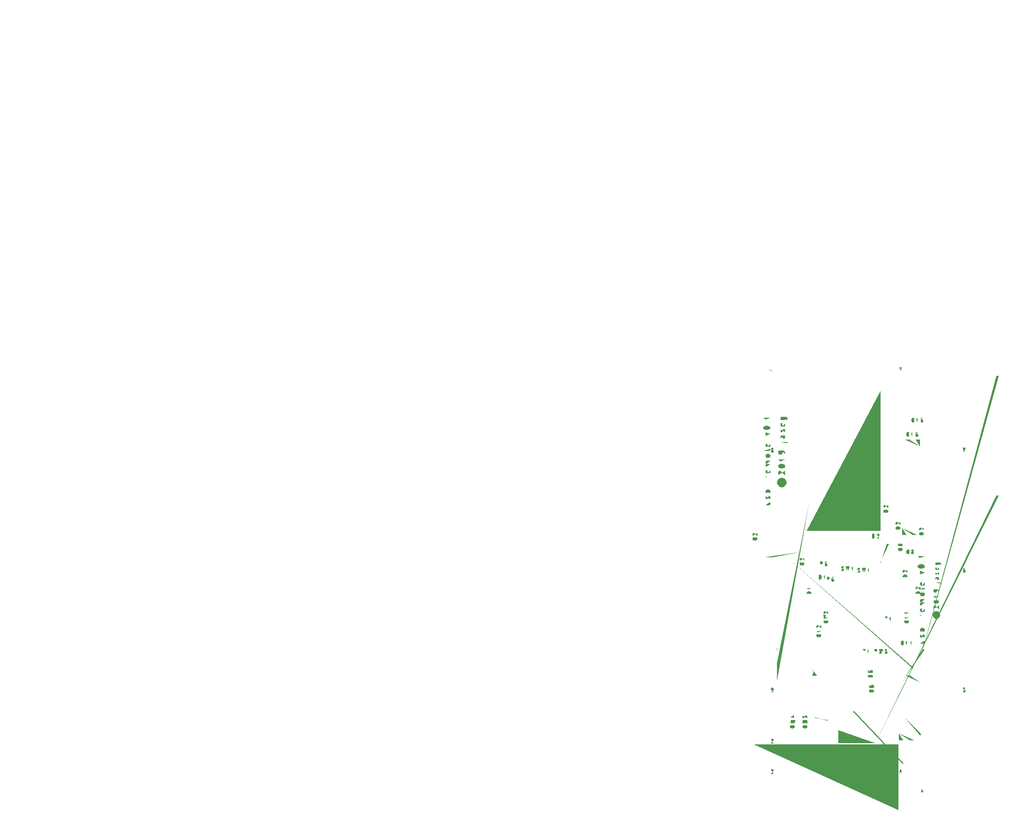
<source format=gbr>
From 0e25682ed73ead8da26ea8659492bd5bce3cfe64 Mon Sep 17 00:00:00 2001
From: jaseg <git@jaseg.net>
Date: Sat, 11 Apr 2020 15:45:32 +0200
Subject: Add gerber export

---
 gerber/remote-F_SilkS.gbr | 2269 ++++++++++++++++++++++++---------------------
 1 file changed, 1198 insertions(+), 1071 deletions(-)

(limited to 'gerber/remote-F_SilkS.gbr')

diff --git a/gerber/remote-F_SilkS.gbr b/gerber/remote-F_SilkS.gbr
index 495f7b5..7e4b24f 100644
--- a/gerber/remote-F_SilkS.gbr
+++ b/gerber/remote-F_SilkS.gbr
@@ -1,19 +1,20 @@
 G04 #@! TF.GenerationSoftware,KiCad,Pcbnew,(5.99.0-52-gefbc802f4)*
-G04 #@! TF.CreationDate,2019-10-28T15:02:12+01:00*
+G04 #@! TF.CreationDate,2019-11-04T16:58:43+01:00*
 G04 #@! TF.ProjectId,remote,72656d6f-7465-42e6-9b69-6361645f7063,rev?*
 G04 #@! TF.SameCoordinates,Original*
 G04 #@! TF.FileFunction,Legend,Top*
 G04 #@! TF.FilePolarity,Positive*
 %FSLAX46Y46*%
 G04 Gerber Fmt 4.6, Leading zero omitted, Abs format (unit mm)*
-G04 Created by KiCad (PCBNEW (5.99.0-52-gefbc802f4)) date 2019-10-28 15:02:12*
+G04 Created by KiCad (PCBNEW (5.99.0-52-gefbc802f4)) date 2019-11-04 16:58:43*
 %MOMM*%
 %LPD*%
 G04 APERTURE LIST*
 %ADD10C,0.100000*%
-%ADD11C,0.300000*%
-%ADD12C,0.120000*%
-%ADD13C,0.150000*%
+%ADD11C,0.250000*%
+%ADD12C,0.300000*%
+%ADD13C,0.120000*%
+%ADD14C,0.150000*%
 G04 APERTURE END LIST*
 D10*
 G36*
@@ -31,689 +32,815 @@ X151900000Y-151100000D01*
 X182100000Y-151100000D01*
 X182100000Y-164800000D01*
 D11*
-X157335714Y-96207142D02*
-X157264285Y-96350000D01*
-X157264285Y-96635714D01*
-X157335714Y-96778571D01*
-X157478571Y-96921428D01*
-X157621428Y-96992857D01*
-X157907142Y-96992857D01*
-X158050000Y-96921428D01*
-X158192857Y-96778571D01*
-X158264285Y-96635714D01*
-X158264285Y-96350000D01*
-X158192857Y-96207142D01*
-X156764285Y-96492857D02*
-X156835714Y-96850000D01*
-X157050000Y-97207142D01*
-X157407142Y-97421428D01*
-X157764285Y-97492857D01*
-X158121428Y-97421428D01*
-X158478571Y-97207142D01*
-X158692857Y-96850000D01*
-X158764285Y-96492857D01*
-X158692857Y-96135714D01*
-X158478571Y-95778571D01*
-X158121428Y-95564285D01*
-X157764285Y-95492857D01*
-X157407142Y-95564285D01*
-X157050000Y-95778571D01*
-X156835714Y-96135714D01*
-X156764285Y-96492857D01*
-X157121428Y-94921428D02*
-X157050000Y-94850000D01*
-X156978571Y-94707142D01*
-X156978571Y-94350000D01*
-X157050000Y-94207142D01*
-X157121428Y-94135714D01*
-X157264285Y-94064285D01*
-X157407142Y-94064285D01*
-X157621428Y-94135714D01*
-X158478571Y-94992857D01*
-X158478571Y-94064285D01*
-X156978571Y-93135714D02*
-X156978571Y-92992857D01*
-X157050000Y-92850000D01*
-X157121428Y-92778571D01*
-X157264285Y-92707142D01*
-X157550000Y-92635714D01*
-X157907142Y-92635714D01*
-X158192857Y-92707142D01*
-X158335714Y-92778571D01*
-X158407142Y-92850000D01*
-X158478571Y-92992857D01*
-X158478571Y-93135714D01*
-X158407142Y-93278571D01*
-X158335714Y-93350000D01*
-X158192857Y-93421428D01*
-X157907142Y-93492857D01*
-X157550000Y-93492857D01*
-X157264285Y-93421428D01*
-X157121428Y-93350000D01*
-X157050000Y-93278571D01*
-X156978571Y-93135714D01*
-X158478571Y-91207142D02*
-X158478571Y-92064285D01*
-X158478571Y-91635714D02*
-X156978571Y-91635714D01*
-X157192857Y-91778571D01*
-X157335714Y-91921428D01*
-X157407142Y-92064285D01*
-X158478571Y-90492857D02*
-X158478571Y-90207142D01*
-X158407142Y-90064285D01*
-X158335714Y-89992857D01*
-X158121428Y-89850000D01*
-X157835714Y-89778571D01*
-X157264285Y-89778571D01*
-X157121428Y-89850000D01*
-X157050000Y-89921428D01*
-X156978571Y-90064285D01*
-X156978571Y-90350000D01*
-X157050000Y-90492857D01*
-X157121428Y-90564285D01*
-X157264285Y-90635714D01*
-X157621428Y-90635714D01*
-X157764285Y-90564285D01*
-X157835714Y-90492857D01*
-X157907142Y-90350000D01*
-X157907142Y-90064285D01*
-X157835714Y-89921428D01*
-X157764285Y-89850000D01*
-X157621428Y-89778571D01*
-X157478571Y-87992857D02*
-X158764285Y-87992857D01*
-X158907142Y-88064285D01*
-X158978571Y-88207142D01*
-X158978571Y-88278571D01*
-X156978571Y-87992857D02*
-X157050000Y-88064285D01*
-X157121428Y-87992857D01*
-X157050000Y-87921428D01*
-X156978571Y-87992857D01*
-X157121428Y-87992857D01*
-X158478571Y-86635714D02*
-X157692857Y-86635714D01*
-X157550000Y-86707142D01*
-X157478571Y-86850000D01*
-X157478571Y-87135714D01*
-X157550000Y-87278571D01*
-X158407142Y-86635714D02*
-X158478571Y-86778571D01*
-X158478571Y-87135714D01*
-X158407142Y-87278571D01*
-X158264285Y-87350000D01*
-X158121428Y-87350000D01*
-X157978571Y-87278571D01*
-X157907142Y-87135714D01*
-X157907142Y-86778571D01*
-X157835714Y-86635714D01*
-X158407142Y-85992857D02*
-X158478571Y-85850000D01*
-X158478571Y-85564285D01*
-X158407142Y-85421428D01*
-X158264285Y-85350000D01*
-X158192857Y-85350000D01*
-X158050000Y-85421428D01*
-X157978571Y-85564285D01*
-X157978571Y-85778571D01*
-X157907142Y-85921428D01*
-X157764285Y-85992857D01*
-X157692857Y-85992857D01*
-X157550000Y-85921428D01*
-X157478571Y-85778571D01*
-X157478571Y-85564285D01*
-X157550000Y-85421428D01*
-X158407142Y-84135714D02*
-X158478571Y-84278571D01*
-X158478571Y-84564285D01*
-X158407142Y-84707142D01*
-X158264285Y-84778571D01*
-X157692857Y-84778571D01*
-X157550000Y-84707142D01*
-X157478571Y-84564285D01*
-X157478571Y-84278571D01*
-X157550000Y-84135714D01*
-X157692857Y-84064285D01*
-X157835714Y-84064285D01*
-X157978571Y-84778571D01*
-X157478571Y-82778571D02*
-X158692857Y-82778571D01*
-X158835714Y-82850000D01*
-X158907142Y-82921428D01*
-X158978571Y-83064285D01*
-X158978571Y-83278571D01*
-X158907142Y-83421428D01*
-X158407142Y-82778571D02*
-X158478571Y-82921428D01*
-X158478571Y-83207142D01*
-X158407142Y-83350000D01*
-X158335714Y-83421428D01*
-X158192857Y-83492857D01*
-X157764285Y-83492857D01*
-X157621428Y-83421428D01*
-X157550000Y-83350000D01*
-X157478571Y-83207142D01*
-X157478571Y-82921428D01*
-X157550000Y-82778571D01*
-X154378571Y-100578571D02*
-X155378571Y-100578571D01*
-X154378571Y-101221428D02*
-X155164285Y-101221428D01*
-X155307142Y-101150000D01*
-X155378571Y-101007142D01*
-X155378571Y-100792857D01*
-X155307142Y-100650000D01*
-X155235714Y-100578571D01*
-X155307142Y-99935714D02*
-X155378571Y-99792857D01*
-X155378571Y-99507142D01*
-X155307142Y-99364285D01*
-X155164285Y-99292857D01*
-X155092857Y-99292857D01*
-X154950000Y-99364285D01*
-X154878571Y-99507142D01*
-X154878571Y-99721428D01*
-X154807142Y-99864285D01*
-X154664285Y-99935714D01*
-X154592857Y-99935714D01*
-X154450000Y-99864285D01*
-X154378571Y-99721428D01*
-X154378571Y-99507142D01*
-X154450000Y-99364285D01*
-X155378571Y-98650000D02*
-X153878571Y-98650000D01*
-X154450000Y-98650000D02*
-X154378571Y-98507142D01*
-X154378571Y-98221428D01*
-X154450000Y-98078571D01*
-X154521428Y-98007142D01*
-X154664285Y-97935714D01*
-X155092857Y-97935714D01*
-X155235714Y-98007142D01*
-X155307142Y-98078571D01*
-X155378571Y-98221428D01*
-X155378571Y-98507142D01*
-X155307142Y-98650000D01*
-X154807142Y-97292857D02*
-X154807142Y-96150000D01*
-X155378571Y-95435714D02*
-X154378571Y-95435714D01*
-X154664285Y-95435714D02*
-X154521428Y-95364285D01*
-X154450000Y-95292857D01*
-X154378571Y-95150000D01*
-X154378571Y-95007142D01*
-X155307142Y-93935714D02*
-X155378571Y-94078571D01*
-X155378571Y-94364285D01*
-X155307142Y-94507142D01*
-X155164285Y-94578571D01*
-X154592857Y-94578571D01*
-X154450000Y-94507142D01*
-X154378571Y-94364285D01*
-X154378571Y-94078571D01*
-X154450000Y-93935714D01*
-X154592857Y-93864285D01*
-X154735714Y-93864285D01*
-X154878571Y-94578571D01*
-X155378571Y-93221428D02*
-X154378571Y-93221428D01*
-X154521428Y-93221428D02*
-X154450000Y-93150000D01*
-X154378571Y-93007142D01*
-X154378571Y-92792857D01*
-X154450000Y-92650000D01*
-X154592857Y-92578571D01*
-X155378571Y-92578571D01*
-X154592857Y-92578571D02*
-X154450000Y-92507142D01*
-X154378571Y-92364285D01*
-X154378571Y-92150000D01*
-X154450000Y-92007142D01*
-X154592857Y-91935714D01*
-X155378571Y-91935714D01*
-X155378571Y-91007142D02*
-X155307142Y-91150000D01*
-X155235714Y-91221428D01*
-X155092857Y-91292857D01*
-X154664285Y-91292857D01*
-X154521428Y-91221428D01*
-X154450000Y-91150000D01*
-X154378571Y-91007142D01*
-X154378571Y-90792857D01*
-X154450000Y-90650000D01*
-X154521428Y-90578571D01*
-X154664285Y-90507142D01*
-X155092857Y-90507142D01*
-X155235714Y-90578571D01*
-X155307142Y-90650000D01*
-X155378571Y-90792857D01*
-X155378571Y-91007142D01*
-X154378571Y-90078571D02*
-X154378571Y-89507142D01*
-X153878571Y-89864285D02*
-X155164285Y-89864285D01*
-X155307142Y-89792857D01*
-X155378571Y-89650000D01*
-X155378571Y-89507142D01*
-X155307142Y-88435714D02*
-X155378571Y-88578571D01*
-X155378571Y-88864285D01*
-X155307142Y-89007142D01*
-X155164285Y-89078571D01*
-X154592857Y-89078571D01*
-X154450000Y-89007142D01*
-X154378571Y-88864285D01*
-X154378571Y-88578571D01*
-X154450000Y-88435714D01*
-X154592857Y-88364285D01*
-X154735714Y-88364285D01*
-X154878571Y-89078571D01*
-X154378571Y-86721428D02*
-X155378571Y-86364285D01*
-X154378571Y-86007142D01*
-X153878571Y-85150000D02*
-X153878571Y-85007142D01*
-X153950000Y-84864285D01*
-X154021428Y-84792857D01*
-X154164285Y-84721428D01*
-X154450000Y-84650000D01*
-X154807142Y-84650000D01*
-X155092857Y-84721428D01*
-X155235714Y-84792857D01*
-X155307142Y-84864285D01*
-X155378571Y-85007142D01*
-X155378571Y-85150000D01*
-X155307142Y-85292857D01*
-X155235714Y-85364285D01*
-X155092857Y-85435714D01*
-X154807142Y-85507142D01*
-X154450000Y-85507142D01*
-X154164285Y-85435714D01*
-X154021428Y-85364285D01*
-X153950000Y-85292857D01*
-X153878571Y-85150000D01*
-X155235714Y-84007142D02*
-X155307142Y-83935714D01*
-X155378571Y-84007142D01*
-X155307142Y-84078571D01*
-X155235714Y-84007142D01*
-X155378571Y-84007142D01*
-X155378571Y-82507142D02*
-X155378571Y-83364285D01*
-X155378571Y-82935714D02*
-X153878571Y-82935714D01*
-X154092857Y-83078571D01*
-X154235714Y-83221428D01*
-X154307142Y-83364285D01*
+X189628571Y-123885714D02*
+X189571428Y-124000000D01*
+X189571428Y-124228571D01*
+X189628571Y-124342857D01*
+X189742857Y-124457142D01*
+X189857142Y-124514285D01*
+X190085714Y-124514285D01*
+X190200000Y-124457142D01*
+X190314285Y-124342857D01*
+X190371428Y-124228571D01*
+X190371428Y-124000000D01*
+X190314285Y-123885714D01*
+X189171428Y-124114285D02*
+X189228571Y-124400000D01*
+X189400000Y-124685714D01*
+X189685714Y-124857142D01*
+X189971428Y-124914285D01*
+X190257142Y-124857142D01*
+X190542857Y-124685714D01*
+X190714285Y-124400000D01*
+X190771428Y-124114285D01*
+X190714285Y-123828571D01*
+X190542857Y-123542857D01*
+X190257142Y-123371428D01*
+X189971428Y-123314285D01*
+X189685714Y-123371428D01*
+X189400000Y-123542857D01*
+X189228571Y-123828571D01*
+X189171428Y-124114285D01*
+X189457142Y-122857142D02*
+X189400000Y-122800000D01*
+X189342857Y-122685714D01*
+X189342857Y-122400000D01*
+X189400000Y-122285714D01*
+X189457142Y-122228571D01*
+X189571428Y-122171428D01*
+X189685714Y-122171428D01*
+X189857142Y-122228571D01*
+X190542857Y-122914285D01*
+X190542857Y-122171428D01*
+X189342857Y-121428571D02*
+X189342857Y-121314285D01*
+X189400000Y-121200000D01*
+X189457142Y-121142857D01*
+X189571428Y-121085714D01*
+X189800000Y-121028571D01*
+X190085714Y-121028571D01*
+X190314285Y-121085714D01*
+X190428571Y-121142857D01*
+X190485714Y-121200000D01*
+X190542857Y-121314285D01*
+X190542857Y-121428571D01*
+X190485714Y-121542857D01*
+X190428571Y-121600000D01*
+X190314285Y-121657142D01*
+X190085714Y-121714285D01*
+X189800000Y-121714285D01*
+X189571428Y-121657142D01*
+X189457142Y-121600000D01*
+X189400000Y-121542857D01*
+X189342857Y-121428571D01*
+X190542857Y-119885714D02*
+X190542857Y-120571428D01*
+X190542857Y-120228571D02*
+X189342857Y-120228571D01*
+X189514285Y-120342857D01*
+X189628571Y-120457142D01*
+X189685714Y-120571428D01*
+X190542857Y-119314285D02*
+X190542857Y-119085714D01*
+X190485714Y-118971428D01*
+X190428571Y-118914285D01*
+X190257142Y-118800000D01*
+X190028571Y-118742857D01*
+X189571428Y-118742857D01*
+X189457142Y-118800000D01*
+X189400000Y-118857142D01*
+X189342857Y-118971428D01*
+X189342857Y-119200000D01*
+X189400000Y-119314285D01*
+X189457142Y-119371428D01*
+X189571428Y-119428571D01*
+X189857142Y-119428571D01*
+X189971428Y-119371428D01*
+X190028571Y-119314285D01*
+X190085714Y-119200000D01*
+X190085714Y-118971428D01*
+X190028571Y-118857142D01*
+X189971428Y-118800000D01*
+X189857142Y-118742857D01*
+X189742857Y-117314285D02*
+X190771428Y-117314285D01*
+X190885714Y-117371428D01*
+X190942857Y-117485714D01*
+X190942857Y-117542857D01*
+X189342857Y-117314285D02*
+X189400000Y-117371428D01*
+X189457142Y-117314285D01*
+X189400000Y-117257142D01*
+X189342857Y-117314285D01*
+X189457142Y-117314285D01*
+X190542857Y-116228571D02*
+X189914285Y-116228571D01*
+X189800000Y-116285714D01*
+X189742857Y-116400000D01*
+X189742857Y-116628571D01*
+X189800000Y-116742857D01*
+X190485714Y-116228571D02*
+X190542857Y-116342857D01*
+X190542857Y-116628571D01*
+X190485714Y-116742857D01*
+X190371428Y-116800000D01*
+X190257142Y-116800000D01*
+X190142857Y-116742857D01*
+X190085714Y-116628571D01*
+X190085714Y-116342857D01*
+X190028571Y-116228571D01*
+X190485714Y-115714285D02*
+X190542857Y-115600000D01*
+X190542857Y-115371428D01*
+X190485714Y-115257142D01*
+X190371428Y-115200000D01*
+X190314285Y-115200000D01*
+X190200000Y-115257142D01*
+X190142857Y-115371428D01*
+X190142857Y-115542857D01*
+X190085714Y-115657142D01*
+X189971428Y-115714285D01*
+X189914285Y-115714285D01*
+X189800000Y-115657142D01*
+X189742857Y-115542857D01*
+X189742857Y-115371428D01*
+X189800000Y-115257142D01*
+X190485714Y-114228571D02*
+X190542857Y-114342857D01*
+X190542857Y-114571428D01*
+X190485714Y-114685714D01*
+X190371428Y-114742857D01*
+X189914285Y-114742857D01*
+X189800000Y-114685714D01*
+X189742857Y-114571428D01*
+X189742857Y-114342857D01*
+X189800000Y-114228571D01*
+X189914285Y-114171428D01*
+X190028571Y-114171428D01*
+X190142857Y-114742857D01*
+X189742857Y-113142857D02*
+X190714285Y-113142857D01*
+X190828571Y-113200000D01*
+X190885714Y-113257142D01*
+X190942857Y-113371428D01*
+X190942857Y-113542857D01*
+X190885714Y-113657142D01*
+X190485714Y-113142857D02*
+X190542857Y-113257142D01*
+X190542857Y-113485714D01*
+X190485714Y-113600000D01*
+X190428571Y-113657142D01*
+X190314285Y-113714285D01*
+X189971428Y-113714285D01*
+X189857142Y-113657142D01*
+X189800000Y-113600000D01*
+X189742857Y-113485714D01*
+X189742857Y-113257142D01*
+X189800000Y-113142857D01*
 D12*
-X169500000Y-130750000D02*
-X182100000Y-130750000D01*
-X182100000Y-130750000D02*
-X182100000Y-125650000D01*
+X186578571Y-129478571D02*
+X187578571Y-129478571D01*
+X186578571Y-130121428D02*
+X187364285Y-130121428D01*
+X187507142Y-130050000D01*
+X187578571Y-129907142D01*
+X187578571Y-129692857D01*
+X187507142Y-129550000D01*
+X187435714Y-129478571D01*
+X187507142Y-128835714D02*
+X187578571Y-128692857D01*
+X187578571Y-128407142D01*
+X187507142Y-128264285D01*
+X187364285Y-128192857D01*
+X187292857Y-128192857D01*
+X187150000Y-128264285D01*
+X187078571Y-128407142D01*
+X187078571Y-128621428D01*
+X187007142Y-128764285D01*
+X186864285Y-128835714D01*
+X186792857Y-128835714D01*
+X186650000Y-128764285D01*
+X186578571Y-128621428D01*
+X186578571Y-128407142D01*
+X186650000Y-128264285D01*
+X187578571Y-127550000D02*
+X186078571Y-127550000D01*
+X186650000Y-127550000D02*
+X186578571Y-127407142D01*
+X186578571Y-127121428D01*
+X186650000Y-126978571D01*
+X186721428Y-126907142D01*
+X186864285Y-126835714D01*
+X187292857Y-126835714D01*
+X187435714Y-126907142D01*
+X187507142Y-126978571D01*
+X187578571Y-127121428D01*
+X187578571Y-127407142D01*
+X187507142Y-127550000D01*
+X187007142Y-126192857D02*
+X187007142Y-125050000D01*
+X187578571Y-124335714D02*
+X186578571Y-124335714D01*
+X186864285Y-124335714D02*
+X186721428Y-124264285D01*
+X186650000Y-124192857D01*
+X186578571Y-124050000D01*
+X186578571Y-123907142D01*
+X187507142Y-122835714D02*
+X187578571Y-122978571D01*
+X187578571Y-123264285D01*
+X187507142Y-123407142D01*
+X187364285Y-123478571D01*
+X186792857Y-123478571D01*
+X186650000Y-123407142D01*
+X186578571Y-123264285D01*
+X186578571Y-122978571D01*
+X186650000Y-122835714D01*
+X186792857Y-122764285D01*
+X186935714Y-122764285D01*
+X187078571Y-123478571D01*
+X187578571Y-122121428D02*
+X186578571Y-122121428D01*
+X186721428Y-122121428D02*
+X186650000Y-122050000D01*
+X186578571Y-121907142D01*
+X186578571Y-121692857D01*
+X186650000Y-121550000D01*
+X186792857Y-121478571D01*
+X187578571Y-121478571D01*
+X186792857Y-121478571D02*
+X186650000Y-121407142D01*
+X186578571Y-121264285D01*
+X186578571Y-121050000D01*
+X186650000Y-120907142D01*
+X186792857Y-120835714D01*
+X187578571Y-120835714D01*
+X187578571Y-119907142D02*
+X187507142Y-120050000D01*
+X187435714Y-120121428D01*
+X187292857Y-120192857D01*
+X186864285Y-120192857D01*
+X186721428Y-120121428D01*
+X186650000Y-120050000D01*
+X186578571Y-119907142D01*
+X186578571Y-119692857D01*
+X186650000Y-119550000D01*
+X186721428Y-119478571D01*
+X186864285Y-119407142D01*
+X187292857Y-119407142D01*
+X187435714Y-119478571D01*
+X187507142Y-119550000D01*
+X187578571Y-119692857D01*
+X187578571Y-119907142D01*
+X186578571Y-118978571D02*
+X186578571Y-118407142D01*
+X186078571Y-118764285D02*
+X187364285Y-118764285D01*
+X187507142Y-118692857D01*
+X187578571Y-118550000D01*
+X187578571Y-118407142D01*
+X187507142Y-117335714D02*
+X187578571Y-117478571D01*
+X187578571Y-117764285D01*
+X187507142Y-117907142D01*
+X187364285Y-117978571D01*
+X186792857Y-117978571D01*
+X186650000Y-117907142D01*
+X186578571Y-117764285D01*
+X186578571Y-117478571D01*
+X186650000Y-117335714D01*
+X186792857Y-117264285D01*
+X186935714Y-117264285D01*
+X187078571Y-117978571D01*
+X186578571Y-115621428D02*
+X187578571Y-115264285D01*
+X186578571Y-114907142D01*
+X186078571Y-114050000D02*
+X186078571Y-113907142D01*
+X186150000Y-113764285D01*
+X186221428Y-113692857D01*
+X186364285Y-113621428D01*
+X186650000Y-113550000D01*
+X187007142Y-113550000D01*
+X187292857Y-113621428D01*
+X187435714Y-113692857D01*
+X187507142Y-113764285D01*
+X187578571Y-113907142D01*
+X187578571Y-114050000D01*
+X187507142Y-114192857D01*
+X187435714Y-114264285D01*
+X187292857Y-114335714D01*
+X187007142Y-114407142D01*
+X186650000Y-114407142D01*
+X186364285Y-114335714D01*
+X186221428Y-114264285D01*
+X186150000Y-114192857D01*
+X186078571Y-114050000D01*
+X187435714Y-112907142D02*
+X187507142Y-112835714D01*
+X187578571Y-112907142D01*
+X187507142Y-112978571D01*
+X187435714Y-112907142D01*
+X187578571Y-112907142D01*
+X187578571Y-111407142D02*
+X187578571Y-112264285D01*
+X187578571Y-111835714D02*
+X186078571Y-111835714D01*
+X186292857Y-111978571D01*
+X186435714Y-112121428D01*
+X186507142Y-112264285D01*
+D13*
 X182100000Y-125650000D02*
 X169500000Y-125650000D01*
-D13*
-X168550000Y-134175000D02*
-X168550000Y-138625000D01*
+X182100000Y-130750000D02*
+X182100000Y-125650000D01*
+X169500000Y-130750000D02*
+X182100000Y-130750000D01*
+D14*
 X175450000Y-132650000D02*
 X175450000Y-138625000D01*
-D12*
+X168550000Y-134175000D02*
+X168550000Y-138625000D01*
+D13*
 X163476000Y-106270000D02*
-X163476000Y-100936000D01*
-X163476000Y-100936000D02*
-X174144000Y-100936000D01*
-X174144000Y-100936000D02*
-X174144000Y-106270000D01*
+X163476000Y-106270000D01*
 X174144000Y-106270000D02*
-X174144000Y-106270000D01*
-X163984000Y-103730000D02*
-X166270000Y-103730000D01*
-X166270000Y-103730000D02*
-X166270000Y-106016000D01*
-X166270000Y-106016000D02*
-X166270000Y-106016000D01*
+X163476000Y-106270000D01*
 X162900000Y-106600000D02*
-X162900000Y-77400000D01*
-X162900000Y-77400000D02*
-X178350000Y-77400000D01*
-X178350000Y-77400000D02*
-X178350000Y-106600000D01*
+X162900000Y-106600000D01*
 X178350000Y-106600000D02*
 X162900000Y-106600000D01*
+X178350000Y-77400000D02*
+X178350000Y-106600000D01*
+X162900000Y-77400000D02*
+X178350000Y-77400000D01*
 X162900000Y-106600000D02*
-X162900000Y-106600000D01*
+X162900000Y-77400000D01*
+X166270000Y-106016000D02*
+X166270000Y-106016000D01*
+X166270000Y-103730000D02*
+X166270000Y-106016000D01*
+X163984000Y-103730000D02*
+X166270000Y-103730000D01*
 X174144000Y-106270000D02*
-X163476000Y-106270000D01*
+X174144000Y-106270000D01*
+X174144000Y-100936000D02*
+X174144000Y-106270000D01*
+X163476000Y-100936000D02*
+X174144000Y-100936000D01*
 X163476000Y-106270000D02*
-X163476000Y-106270000D01*
-X156790000Y-137910000D02*
-X158050000Y-137910000D01*
-X163610000Y-137910000D02*
-X162350000Y-137910000D01*
-X156790000Y-134150000D02*
-X156790000Y-137910000D01*
+X163476000Y-100936000D01*
 X163610000Y-131900000D02*
 X163610000Y-137910000D01*
-X172600000Y-122350000D02*
-X177100000Y-122350000D01*
-X171350000Y-118350000D02*
-X171350000Y-119850000D01*
-X177100000Y-115850000D02*
-X172600000Y-115850000D01*
+X156790000Y-134150000D02*
+X156790000Y-137910000D01*
+X163610000Y-137910000D02*
+X162350000Y-137910000D01*
+X156790000Y-137910000D02*
+X158050000Y-137910000D01*
 X178350000Y-119850000D02*
 X178350000Y-118350000D01*
-X185175279Y-91910000D02*
-X184849721Y-91910000D01*
+X177100000Y-115850000D02*
+X172600000Y-115850000D01*
+X171350000Y-118350000D02*
+X171350000Y-119850000D01*
+X172600000Y-122350000D02*
+X177100000Y-122350000D01*
 X185175279Y-90890000D02*
 X184849721Y-90890000D01*
-X183762779Y-123710000D02*
-X183437221Y-123710000D01*
+X185175279Y-91910000D02*
+X184849721Y-91910000D01*
 X183762779Y-122690000D02*
 X183437221Y-122690000D01*
-X166362779Y-123710000D02*
-X166037221Y-123710000D01*
+X183762779Y-123710000D02*
+X183437221Y-123710000D01*
 X166362779Y-122690000D02*
 X166037221Y-122690000D01*
-X168062779Y-115810000D02*
-X167737221Y-115810000D01*
+X166362779Y-123710000D02*
+X166037221Y-123710000D01*
 X168062779Y-114790000D02*
 X167737221Y-114790000D01*
-X177962779Y-133710000D02*
-X177637221Y-133710000D01*
+X168062779Y-115810000D02*
+X167737221Y-115810000D01*
 X177962779Y-132690000D02*
 X177637221Y-132690000D01*
-X183637221Y-145690000D02*
-X183962779Y-145690000D01*
+X177962779Y-133710000D02*
+X177637221Y-133710000D01*
 X183637221Y-146710000D02*
 X183962779Y-146710000D01*
-X177962779Y-135510000D02*
-X177637221Y-135510000D01*
+X183637221Y-145690000D02*
+X183962779Y-145690000D01*
 X177962779Y-134490000D02*
 X177637221Y-134490000D01*
-X184137221Y-103390000D02*
-X184462779Y-103390000D01*
+X177962779Y-135510000D02*
+X177637221Y-135510000D01*
 X184137221Y-104410000D02*
 X184462779Y-104410000D01*
-X185275279Y-140910000D02*
-X184949721Y-140910000D01*
+X184137221Y-103390000D02*
+X184462779Y-103390000D01*
 X185275279Y-139890000D02*
 X184949721Y-139890000D01*
+X185275279Y-140910000D02*
+X184949721Y-140910000D01*
 X186580000Y-87540000D02*
-X185650000Y-87540000D01*
-X183420000Y-87540000D02*
-X184350000Y-87540000D01*
+X186580000Y-89000000D01*
 X183420000Y-87540000D02*
 X183420000Y-89700000D01*
+X183420000Y-87540000D02*
+X184350000Y-87540000D01*
 X186580000Y-87540000D02*
-X186580000Y-89000000D01*
+X185650000Y-87540000D01*
 X182170000Y-150260000D02*
-X183100000Y-150260000D01*
-X185330000Y-150260000D02*
-X184400000Y-150260000D01*
+X182170000Y-148800000D01*
 X185330000Y-150260000D02*
 X185330000Y-148100000D01*
+X185330000Y-150260000D02*
+X184400000Y-150260000D01*
 X182170000Y-150260000D02*
-X182170000Y-148800000D01*
+X183100000Y-150260000D01*
 X182820000Y-107460000D02*
-X183750000Y-107460000D01*
-X185980000Y-107460000D02*
-X185050000Y-107460000D01*
+X182820000Y-106000000D01*
 X185980000Y-107460000D02*
 X185980000Y-105300000D01*
+X185980000Y-107460000D02*
+X185050000Y-107460000D01*
 X182820000Y-107460000D02*
-X182820000Y-106000000D01*
+X183750000Y-107460000D01*
 X186680000Y-136740000D02*
-X185750000Y-136740000D01*
-X183520000Y-136740000D02*
-X184450000Y-136740000D01*
+X186680000Y-138200000D01*
 X183520000Y-136740000D02*
 X183520000Y-138900000D01*
+X183520000Y-136740000D02*
+X184450000Y-136740000D01*
 X186680000Y-136740000D02*
-X186680000Y-138200000D01*
-X188740000Y-85500000D02*
-X188740000Y-84500000D01*
-X202490000Y-88750000D02*
-X202990000Y-88750000D01*
-X202490000Y-87750000D02*
-X202490000Y-88750000D01*
-X194490000Y-87750000D02*
-X202490000Y-87750000D01*
-X188990000Y-87750000D02*
-X190990000Y-87750000D01*
-X188990000Y-75250000D02*
-X188990000Y-87750000D01*
-X190990000Y-75250000D02*
-X188990000Y-75250000D01*
-X202490000Y-75250000D02*
-X194490000Y-75250000D01*
-X202490000Y-74250000D02*
-X202490000Y-75250000D01*
-X202990000Y-74250000D02*
-X202490000Y-74250000D01*
+X185750000Y-136740000D01*
 X202990000Y-88750000D02*
 X202990000Y-74250000D01*
-X188740000Y-160500000D02*
-X188740000Y-159500000D01*
-X202490000Y-163750000D02*
-X202990000Y-163750000D01*
-X202490000Y-162750000D02*
-X202490000Y-163750000D01*
-X194490000Y-162750000D02*
-X202490000Y-162750000D01*
-X188990000Y-162750000D02*
-X190990000Y-162750000D01*
-X188990000Y-150250000D02*
-X188990000Y-162750000D01*
-X190990000Y-150250000D02*
-X188990000Y-150250000D01*
-X202490000Y-150250000D02*
-X194490000Y-150250000D01*
-X202490000Y-149250000D02*
-X202490000Y-150250000D01*
-X202990000Y-149250000D02*
-X202490000Y-149250000D01*
+X202990000Y-74250000D02*
+X202490000Y-74250000D01*
+X202490000Y-74250000D02*
+X202490000Y-75250000D01*
+X202490000Y-75250000D02*
+X194490000Y-75250000D01*
+X190990000Y-75250000D02*
+X188990000Y-75250000D01*
+X188990000Y-75250000D02*
+X188990000Y-87750000D01*
+X188990000Y-87750000D02*
+X190990000Y-87750000D01*
+X194490000Y-87750000D02*
+X202490000Y-87750000D01*
+X202490000Y-87750000D02*
+X202490000Y-88750000D01*
+X202490000Y-88750000D02*
+X202990000Y-88750000D01*
+X188740000Y-85500000D02*
+X188740000Y-84500000D01*
 X202990000Y-163750000D02*
 X202990000Y-149250000D01*
-X177200000Y-150830000D02*
-X177200000Y-148170000D01*
+X202990000Y-149250000D02*
+X202490000Y-149250000D01*
+X202490000Y-149250000D02*
+X202490000Y-150250000D01*
+X202490000Y-150250000D02*
+X194490000Y-150250000D01*
+X190990000Y-150250000D02*
+X188990000Y-150250000D01*
+X188990000Y-150250000D02*
+X188990000Y-162750000D01*
+X188990000Y-162750000D02*
+X190990000Y-162750000D01*
+X194490000Y-162750000D02*
+X202490000Y-162750000D01*
+X202490000Y-162750000D02*
+X202490000Y-163750000D01*
+X202490000Y-163750000D02*
+X202990000Y-163750000D01*
+X188740000Y-160500000D02*
+X188740000Y-159500000D01*
+X166920000Y-150830000D02*
+X166920000Y-149500000D01*
+X168250000Y-150830000D02*
+X166920000Y-150830000D01*
 X169520000Y-150830000D02*
-X177200000Y-150830000D01*
+X169520000Y-148170000D01*
 X169520000Y-148170000D02*
 X177200000Y-148170000D01*
 X169520000Y-150830000D02*
-X169520000Y-148170000D01*
-X168250000Y-150830000D02*
-X166920000Y-150830000D01*
-X166920000Y-150830000D02*
-X166920000Y-149500000D01*
-X188740000Y-110500000D02*
-X188740000Y-109500000D01*
-X202490000Y-113750000D02*
-X202990000Y-113750000D01*
-X202490000Y-112750000D02*
-X202490000Y-113750000D01*
-X194490000Y-112750000D02*
-X202490000Y-112750000D01*
-X188990000Y-112750000D02*
-X190990000Y-112750000D01*
-X188990000Y-100250000D02*
-X188990000Y-112750000D01*
-X190990000Y-100250000D02*
-X188990000Y-100250000D01*
-X202490000Y-100250000D02*
-X194490000Y-100250000D01*
-X202490000Y-99250000D02*
-X202490000Y-100250000D01*
-X202990000Y-99250000D02*
-X202490000Y-99250000D01*
+X177200000Y-150830000D01*
+X177200000Y-150830000D02*
+X177200000Y-148170000D01*
 X202990000Y-113750000D02*
 X202990000Y-99250000D01*
-D13*
-X155650000Y-114950000D02*
-X154250000Y-114950000D01*
-X151850000Y-114950000D02*
-X151700000Y-114950000D01*
-X151700000Y-114950000D02*
-X151700000Y-115250000D01*
-X151700000Y-115250000D02*
-X151250000Y-115250000D01*
-X151250000Y-122950000D02*
-X151700000Y-122950000D01*
-X151700000Y-122950000D02*
-X151700000Y-123250000D01*
-X151700000Y-123250000D02*
-X151850000Y-123250000D01*
-X154250000Y-123250000D02*
-X155650000Y-123250000D01*
-X157825000Y-118025000D02*
-X157825000Y-117300000D01*
-X157825000Y-117300000D02*
-X157400000Y-117300000D01*
-X157400000Y-117300000D02*
-X157400000Y-116575000D01*
+X202990000Y-99250000D02*
+X202490000Y-99250000D01*
+X202490000Y-99250000D02*
+X202490000Y-100250000D01*
+X202490000Y-100250000D02*
+X194490000Y-100250000D01*
+X190990000Y-100250000D02*
+X188990000Y-100250000D01*
+X188990000Y-100250000D02*
+X188990000Y-112750000D01*
+X188990000Y-112750000D02*
+X190990000Y-112750000D01*
+X194490000Y-112750000D02*
+X202490000Y-112750000D01*
+X202490000Y-112750000D02*
+X202490000Y-113750000D01*
+X202490000Y-113750000D02*
+X202990000Y-113750000D01*
+X188740000Y-110500000D02*
+X188740000Y-109500000D01*
+D14*
 X157400000Y-120900000D02*
 X157400000Y-121625000D01*
-D12*
-X188740000Y-135500000D02*
-X188740000Y-134500000D01*
-X202490000Y-138750000D02*
-X202990000Y-138750000D01*
-X202490000Y-137750000D02*
-X202490000Y-138750000D01*
-X194490000Y-137750000D02*
-X202490000Y-137750000D01*
-X188990000Y-137750000D02*
-X190990000Y-137750000D01*
-X188990000Y-125250000D02*
-X188990000Y-137750000D01*
-X190990000Y-125250000D02*
-X188990000Y-125250000D01*
-X202490000Y-125250000D02*
-X194490000Y-125250000D01*
-X202490000Y-124250000D02*
-X202490000Y-125250000D01*
-X202990000Y-124250000D02*
-X202490000Y-124250000D01*
+X157400000Y-117300000D02*
+X157400000Y-116575000D01*
+X157825000Y-117300000D02*
+X157400000Y-117300000D01*
+X157825000Y-118025000D02*
+X157825000Y-117300000D01*
+X154250000Y-123250000D02*
+X155650000Y-123250000D01*
+X151700000Y-123250000D02*
+X151850000Y-123250000D01*
+X151700000Y-122950000D02*
+X151700000Y-123250000D01*
+X151250000Y-122950000D02*
+X151700000Y-122950000D01*
+X151700000Y-115250000D02*
+X151250000Y-115250000D01*
+X151700000Y-114950000D02*
+X151700000Y-115250000D01*
+X151850000Y-114950000D02*
+X151700000Y-114950000D01*
+X155650000Y-114950000D02*
+X154250000Y-114950000D01*
+D13*
 X202990000Y-138750000D02*
 X202990000Y-124250000D01*
-X181900000Y-117700000D02*
-X181900000Y-121300000D01*
-X185100000Y-117700000D02*
-X185100000Y-121300000D01*
+X202990000Y-124250000D02*
+X202490000Y-124250000D01*
+X202490000Y-124250000D02*
+X202490000Y-125250000D01*
+X202490000Y-125250000D02*
+X194490000Y-125250000D01*
+X190990000Y-125250000D02*
+X188990000Y-125250000D01*
+X188990000Y-125250000D02*
+X188990000Y-137750000D01*
+X188990000Y-137750000D02*
+X190990000Y-137750000D01*
+X194490000Y-137750000D02*
+X202490000Y-137750000D01*
+X202490000Y-137750000D02*
+X202490000Y-138750000D01*
+X202490000Y-138750000D02*
+X202990000Y-138750000D01*
+X188740000Y-135500000D02*
+X188740000Y-134500000D01*
 X181900000Y-121300000D02*
 X185100000Y-121300000D01*
-X164500000Y-117700000D02*
-X164500000Y-121300000D01*
-X167700000Y-117700000D02*
-X167700000Y-121300000D01*
+X185100000Y-117700000D02*
+X185100000Y-121300000D01*
+X181900000Y-117700000D02*
+X181900000Y-121300000D01*
 X164500000Y-121300000D02*
 X167700000Y-121300000D01*
-X185112779Y-85560000D02*
-X184787221Y-85560000D01*
+X167700000Y-117700000D02*
+X167700000Y-121300000D01*
+X164500000Y-117700000D02*
+X164500000Y-121300000D01*
 X185112779Y-84540000D02*
 X184787221Y-84540000D01*
-X175962779Y-113410000D02*
-X175637221Y-113410000D01*
+X185112779Y-85560000D02*
+X184787221Y-85560000D01*
 X175962779Y-112390000D02*
 X175637221Y-112390000D01*
-X175925279Y-111410000D02*
-X175599721Y-111410000D01*
+X175962779Y-113410000D02*
+X175637221Y-113410000D01*
 X175925279Y-110390000D02*
 X175599721Y-110390000D01*
-X175925279Y-109160000D02*
-X175599721Y-109160000D01*
+X175925279Y-111410000D02*
+X175599721Y-111410000D01*
 X175925279Y-108140000D02*
 X175599721Y-108140000D01*
-X166490000Y-127762779D02*
-X166490000Y-127437221D01*
+X175925279Y-109160000D02*
+X175599721Y-109160000D01*
 X167510000Y-127762779D02*
 X167510000Y-127437221D01*
-X183290000Y-127762779D02*
-X183290000Y-127437221D01*
+X166490000Y-127762779D02*
+X166490000Y-127437221D01*
 X184310000Y-127762779D02*
 X184310000Y-127437221D01*
-X183912779Y-153760000D02*
-X183587221Y-153760000D01*
+X183290000Y-127762779D02*
+X183290000Y-127437221D01*
 X183912779Y-152740000D02*
 X183587221Y-152740000D01*
-X172125279Y-143260000D02*
-X171799721Y-143260000D01*
+X183912779Y-153760000D02*
+X183587221Y-153760000D01*
 X172125279Y-142240000D02*
 X171799721Y-142240000D01*
-X184662779Y-110060000D02*
-X184337221Y-110060000D01*
+X172125279Y-143260000D02*
+X171799721Y-143260000D01*
 X184662779Y-109040000D02*
 X184337221Y-109040000D01*
-X167410000Y-142937221D02*
-X167410000Y-143262779D01*
+X184662779Y-110060000D02*
+X184337221Y-110060000D01*
 X166390000Y-142937221D02*
 X166390000Y-143262779D01*
-X165260000Y-142937221D02*
-X165260000Y-143262779D01*
+X167410000Y-142937221D02*
+X167410000Y-143262779D01*
 X164240000Y-142937221D02*
 X164240000Y-143262779D01*
-X163160000Y-142937221D02*
-X163160000Y-143262779D01*
+X165260000Y-142937221D02*
+X165260000Y-143262779D01*
 X162140000Y-142937221D02*
 X162140000Y-143262779D01*
-X160860000Y-142841422D02*
-X160860000Y-143358578D01*
+X163160000Y-142937221D02*
+X163160000Y-143262779D01*
 X159440000Y-142841422D02*
 X159440000Y-143358578D01*
-X156962779Y-129910000D02*
-X156637221Y-129910000D01*
+X160860000Y-142841422D02*
+X160860000Y-143358578D01*
 X156962779Y-128890000D02*
 X156637221Y-128890000D01*
-X161660000Y-103540000D02*
-X158910000Y-103540000D01*
-X153140000Y-103540000D02*
-X155890000Y-103540000D01*
-X153140000Y-110995563D02*
-X153140000Y-103540000D01*
-X161660000Y-110995563D02*
-X161660000Y-103540000D01*
+X156962779Y-129910000D02*
+X156637221Y-129910000D01*
+X154390000Y-112800000D02*
+X155390000Y-112800000D01*
+X154890000Y-113300000D02*
+X154890000Y-112300000D01*
 X160595563Y-112060000D02*
-X158910000Y-112060000D01*
-X154204437Y-112060000D02*
-X155890000Y-112060000D01*
+X161660000Y-110995563D01*
 X154204437Y-112060000D02*
 X153140000Y-110995563D01*
+X154204437Y-112060000D02*
+X155890000Y-112060000D01*
 X160595563Y-112060000D02*
-X161660000Y-110995563D01*
-X154890000Y-113300000D02*
-X154890000Y-112300000D01*
-X154390000Y-112800000D02*
-X155390000Y-112800000D01*
-X185262779Y-135210000D02*
-X184937221Y-135210000D01*
+X158910000Y-112060000D01*
+X161660000Y-110995563D02*
+X161660000Y-103540000D01*
+X153140000Y-110995563D02*
+X153140000Y-103540000D01*
+X153140000Y-103540000D02*
+X155890000Y-103540000D01*
+X161660000Y-103540000D02*
+X158910000Y-103540000D01*
 X185262779Y-134190000D02*
 X184937221Y-134190000D01*
-D13*
-X174923809Y-131726190D02*
-X174923809Y-132202380D01*
-X174590476Y-131202380D02*
-X174923809Y-131726190D01*
-X175257142Y-131202380D01*
-X176114285Y-132202380D02*
-X175542857Y-132202380D01*
-X175828571Y-132202380D02*
-X175828571Y-131202380D01*
-X175733333Y-131345238D01*
-X175638095Y-131440476D01*
-X175542857Y-131488095D01*
-X181238095Y-157252380D02*
-X181238095Y-156252380D01*
-X181238095Y-156728571D02*
-X181809523Y-156728571D01*
-X181809523Y-157252380D02*
-X181809523Y-156252380D01*
-X182714285Y-156585714D02*
-X182714285Y-157252380D01*
-X182476190Y-156204761D02*
-X182238095Y-156919047D01*
-X182857142Y-156919047D01*
+X185262779Y-135210000D02*
+X184937221Y-135210000D01*
+D14*
+X154488095Y-140252380D02*
+X154488095Y-139252380D01*
+X154488095Y-139728571D02*
+X155059523Y-139728571D01*
+X155059523Y-140252380D02*
+X155059523Y-139252380D01*
+X155583333Y-140252380D02*
+X155773809Y-140252380D01*
+X155869047Y-140204761D01*
+X155916666Y-140157142D01*
+X156011904Y-140014285D01*
+X156059523Y-139823809D01*
+X156059523Y-139442857D01*
+X156011904Y-139347619D01*
+X155964285Y-139300000D01*
+X155869047Y-139252380D01*
+X155678571Y-139252380D01*
+X155583333Y-139300000D01*
+X155535714Y-139347619D01*
+X155488095Y-139442857D01*
+X155488095Y-139680952D01*
+X155535714Y-139776190D01*
+X155583333Y-139823809D01*
+X155678571Y-139871428D01*
+X155869047Y-139871428D01*
+X155964285Y-139823809D01*
+X156011904Y-139776190D01*
+X156059523Y-139680952D01*
+X154488095Y-90252380D02*
+X154488095Y-89252380D01*
+X154488095Y-89728571D02*
+X155059523Y-89728571D01*
+X155059523Y-90252380D02*
+X155059523Y-89252380D01*
+X155678571Y-89680952D02*
+X155583333Y-89633333D01*
+X155535714Y-89585714D01*
+X155488095Y-89490476D01*
+X155488095Y-89442857D01*
+X155535714Y-89347619D01*
+X155583333Y-89300000D01*
+X155678571Y-89252380D01*
+X155869047Y-89252380D01*
+X155964285Y-89300000D01*
+X156011904Y-89347619D01*
+X156059523Y-89442857D01*
+X156059523Y-89490476D01*
+X156011904Y-89585714D01*
+X155964285Y-89633333D01*
+X155869047Y-89680952D01*
+X155678571Y-89680952D01*
+X155583333Y-89728571D01*
+X155535714Y-89776190D01*
+X155488095Y-89871428D01*
+X155488095Y-90061904D01*
+X155535714Y-90157142D01*
+X155583333Y-90204761D01*
+X155678571Y-90252380D01*
+X155869047Y-90252380D01*
+X155964285Y-90204761D01*
+X156011904Y-90157142D01*
+X156059523Y-90061904D01*
+X156059523Y-89871428D01*
+X156011904Y-89776190D01*
+X155964285Y-89728571D01*
+X155869047Y-89680952D01*
+X194488095Y-90252380D02*
+X194488095Y-89252380D01*
+X194488095Y-89728571D02*
+X195059523Y-89728571D01*
+X195059523Y-90252380D02*
+X195059523Y-89252380D01*
+X195440476Y-89252380D02*
+X196107142Y-89252380D01*
+X195678571Y-90252380D01*
+X194488095Y-115252380D02*
+X194488095Y-114252380D01*
+X194488095Y-114728571D02*
+X195059523Y-114728571D01*
+X195059523Y-115252380D02*
+X195059523Y-114252380D01*
+X195964285Y-114252380D02*
+X195773809Y-114252380D01*
+X195678571Y-114300000D01*
+X195630952Y-114347619D01*
+X195535714Y-114490476D01*
+X195488095Y-114680952D01*
+X195488095Y-115061904D01*
+X195535714Y-115157142D01*
+X195583333Y-115204761D01*
+X195678571Y-115252380D01*
+X195869047Y-115252380D01*
+X195964285Y-115204761D01*
+X196011904Y-115157142D01*
+X196059523Y-115061904D01*
+X196059523Y-114823809D01*
+X196011904Y-114728571D01*
+X195964285Y-114680952D01*
+X195869047Y-114633333D01*
+X195678571Y-114633333D01*
+X195583333Y-114680952D01*
+X195535714Y-114728571D01*
+X195488095Y-114823809D01*
+X194488095Y-140252380D02*
+X194488095Y-139252380D01*
+X194488095Y-139728571D02*
+X195059523Y-139728571D01*
+X195059523Y-140252380D02*
+X195059523Y-139252380D01*
+X196011904Y-139252380D02*
+X195535714Y-139252380D01*
+X195488095Y-139728571D01*
+X195535714Y-139680952D01*
+X195630952Y-139633333D01*
+X195869047Y-139633333D01*
+X195964285Y-139680952D01*
+X196011904Y-139728571D01*
+X196059523Y-139823809D01*
+X196059523Y-140061904D01*
+X196011904Y-140157142D01*
+X195964285Y-140204761D01*
+X195869047Y-140252380D01*
+X195630952Y-140252380D01*
+X195535714Y-140204761D01*
+X195488095Y-140157142D01*
+X179523809Y-124976190D02*
+X179523809Y-125452380D01*
+X179190476Y-124452380D02*
+X179523809Y-124976190D01*
+X179857142Y-124452380D01*
+X180714285Y-125452380D02*
+X180142857Y-125452380D01*
+X180428571Y-125452380D02*
+X180428571Y-124452380D01*
+X180333333Y-124595238D01*
+X180238095Y-124690476D01*
+X180142857Y-124738095D01*
+X185738095Y-161452380D02*
+X185738095Y-160452380D01*
+X185738095Y-160928571D02*
+X186309523Y-160928571D01*
+X186309523Y-161452380D02*
+X186309523Y-160452380D01*
+X187214285Y-160785714D02*
+X187214285Y-161452380D01*
+X186976190Y-160404761D02*
+X186738095Y-161119047D01*
+X187357142Y-161119047D01*
 X154488095Y-73252380D02*
 X154488095Y-72252380D01*
 X154488095Y-72728571D02*
@@ -734,81 +861,81 @@ X155869047Y-73252380D01*
 X155583333Y-73252380D01*
 X155488095Y-73204761D01*
 X155440476Y-73157142D01*
-X154488095Y-157252380D02*
-X154488095Y-156252380D01*
-X154488095Y-156728571D02*
-X155059523Y-156728571D01*
-X155059523Y-157252380D02*
-X155059523Y-156252380D01*
-X155488095Y-156347619D02*
-X155535714Y-156300000D01*
-X155630952Y-156252380D01*
-X155869047Y-156252380D01*
-X155964285Y-156300000D01*
-X156011904Y-156347619D01*
-X156059523Y-156442857D01*
-X156059523Y-156538095D01*
-X156011904Y-156680952D01*
-X155440476Y-157252380D01*
-X156059523Y-157252380D01*
-X181238095Y-73252380D02*
-X181238095Y-72252380D01*
-X181238095Y-72728571D02*
-X181809523Y-72728571D01*
-X181809523Y-73252380D02*
-X181809523Y-72252380D01*
-X182809523Y-73252380D02*
-X182238095Y-73252380D01*
-X182523809Y-73252380D02*
-X182523809Y-72252380D01*
-X182428571Y-72395238D01*
-X182333333Y-72490476D01*
-X182238095Y-72538095D01*
-X175752380Y-137161904D02*
-X176561904Y-137161904D01*
-X176657142Y-137114285D01*
-X176704761Y-137066666D01*
-X176752380Y-136971428D01*
-X176752380Y-136780952D01*
-X176704761Y-136685714D01*
-X176657142Y-136638095D01*
-X176561904Y-136590476D01*
-X175752380Y-136590476D01*
-X175752380Y-136209523D02*
-X175752380Y-135590476D01*
-X176133333Y-135923809D01*
-X176133333Y-135780952D01*
-X176180952Y-135685714D01*
-X176228571Y-135638095D01*
-X176323809Y-135590476D01*
-X176561904Y-135590476D01*
-X176657142Y-135638095D01*
-X176704761Y-135685714D01*
-X176752380Y-135780952D01*
-X176752380Y-136066666D01*
-X176704761Y-136161904D01*
-X176657142Y-136209523D01*
-X176538095Y-107152380D02*
-X176538095Y-107961904D01*
-X176585714Y-108057142D01*
-X176633333Y-108104761D01*
-X176728571Y-108152380D01*
-X176919047Y-108152380D01*
-X177014285Y-108104761D01*
-X177061904Y-108057142D01*
-X177109523Y-107961904D01*
-X177109523Y-107152380D01*
-X177538095Y-107247619D02*
-X177585714Y-107200000D01*
-X177680952Y-107152380D01*
-X177919047Y-107152380D01*
-X178014285Y-107200000D01*
-X178061904Y-107247619D01*
-X178109523Y-107342857D01*
-X178109523Y-107438095D01*
-X178061904Y-107580952D01*
-X177490476Y-108152380D01*
-X178109523Y-108152380D01*
+X154488095Y-150952380D02*
+X154488095Y-149952380D01*
+X154488095Y-150428571D02*
+X155059523Y-150428571D01*
+X155059523Y-150952380D02*
+X155059523Y-149952380D01*
+X155488095Y-150047619D02*
+X155535714Y-150000000D01*
+X155630952Y-149952380D01*
+X155869047Y-149952380D01*
+X155964285Y-150000000D01*
+X156011904Y-150047619D01*
+X156059523Y-150142857D01*
+X156059523Y-150238095D01*
+X156011904Y-150380952D01*
+X155440476Y-150952380D01*
+X156059523Y-150952380D01*
+X181488095Y-73252380D02*
+X181488095Y-72252380D01*
+X181488095Y-72728571D02*
+X182059523Y-72728571D01*
+X182059523Y-73252380D02*
+X182059523Y-72252380D01*
+X183059523Y-73252380D02*
+X182488095Y-73252380D01*
+X182773809Y-73252380D02*
+X182773809Y-72252380D01*
+X182678571Y-72395238D01*
+X182583333Y-72490476D01*
+X182488095Y-72538095D01*
+X175952380Y-140261904D02*
+X176761904Y-140261904D01*
+X176857142Y-140214285D01*
+X176904761Y-140166666D01*
+X176952380Y-140071428D01*
+X176952380Y-139880952D01*
+X176904761Y-139785714D01*
+X176857142Y-139738095D01*
+X176761904Y-139690476D01*
+X175952380Y-139690476D01*
+X175952380Y-139309523D02*
+X175952380Y-138690476D01*
+X176333333Y-139023809D01*
+X176333333Y-138880952D01*
+X176380952Y-138785714D01*
+X176428571Y-138738095D01*
+X176523809Y-138690476D01*
+X176761904Y-138690476D01*
+X176857142Y-138738095D01*
+X176904761Y-138785714D01*
+X176952380Y-138880952D01*
+X176952380Y-139166666D01*
+X176904761Y-139261904D01*
+X176857142Y-139309523D01*
+X178952380Y-102761904D02*
+X179761904Y-102761904D01*
+X179857142Y-102714285D01*
+X179904761Y-102666666D01*
+X179952380Y-102571428D01*
+X179952380Y-102380952D01*
+X179904761Y-102285714D01*
+X179857142Y-102238095D01*
+X179761904Y-102190476D01*
+X178952380Y-102190476D01*
+X179047619Y-101761904D02*
+X179000000Y-101714285D01*
+X178952380Y-101619047D01*
+X178952380Y-101380952D01*
+X179000000Y-101285714D01*
+X179047619Y-101238095D01*
+X179142857Y-101190476D01*
+X179238095Y-101190476D01*
+X179380952Y-101238095D01*
+X179952380Y-101809523D01*
+X179952380Y-101190476D01*
 X164152380Y-136761904D02*
 X164961904Y-136761904D01*
 X165057142Y-136714285D01*
@@ -826,38 +953,38 @@ X164152380Y-135476190D01*
 X164295238Y-135571428D01*
 X164390476Y-135666666D01*
 X164438095Y-135761904D01*
-X173516666Y-115254761D02*
-X173659523Y-115302380D01*
-X173897619Y-115302380D01*
-X173992857Y-115254761D01*
-X174040476Y-115207142D01*
-X174088095Y-115111904D01*
-X174088095Y-115016666D01*
-X174040476Y-114921428D01*
-X173992857Y-114873809D01*
-X173897619Y-114826190D01*
-X173707142Y-114778571D01*
-X173611904Y-114730952D01*
-X173564285Y-114683333D01*
-X173516666Y-114588095D01*
-X173516666Y-114492857D01*
-X173564285Y-114397619D01*
-X173611904Y-114350000D01*
-X173707142Y-114302380D01*
-X173945238Y-114302380D01*
-X174088095Y-114350000D01*
-X174421428Y-114302380D02*
-X174659523Y-115302380D01*
-X174850000Y-114588095D01*
-X175040476Y-115302380D01*
-X175278571Y-114302380D01*
-X176183333Y-115302380D02*
-X175611904Y-115302380D01*
-X175897619Y-115302380D02*
-X175897619Y-114302380D01*
-X175802380Y-114445238D01*
-X175707142Y-114540476D01*
-X175611904Y-114588095D01*
+X170166666Y-114904761D02*
+X170309523Y-114952380D01*
+X170547619Y-114952380D01*
+X170642857Y-114904761D01*
+X170690476Y-114857142D01*
+X170738095Y-114761904D01*
+X170738095Y-114666666D01*
+X170690476Y-114571428D01*
+X170642857Y-114523809D01*
+X170547619Y-114476190D01*
+X170357142Y-114428571D01*
+X170261904Y-114380952D01*
+X170214285Y-114333333D01*
+X170166666Y-114238095D01*
+X170166666Y-114142857D01*
+X170214285Y-114047619D01*
+X170261904Y-114000000D01*
+X170357142Y-113952380D01*
+X170595238Y-113952380D01*
+X170738095Y-114000000D01*
+X171071428Y-113952380D02*
+X171309523Y-114952380D01*
+X171500000Y-114238095D01*
+X171690476Y-114952380D01*
+X171928571Y-113952380D01*
+X172833333Y-114952380D02*
+X172261904Y-114952380D01*
+X172547619Y-114952380D02*
+X172547619Y-113952380D01*
+X172452380Y-114095238D01*
+X172357142Y-114190476D01*
+X172261904Y-114238095D01*
 X184845833Y-93282380D02*
 X184512500Y-92806190D01*
 X184274404Y-93282380D02*
@@ -954,70 +1081,70 @@ X165461904Y-124606190D01*
 X166366666Y-124082380D02*
 X167033333Y-124082380D01*
 X166604761Y-125082380D01*
-X167733333Y-117182380D02*
-X167400000Y-116706190D01*
-X167161904Y-117182380D02*
-X167161904Y-116182380D01*
-X167542857Y-116182380D01*
-X167638095Y-116230000D01*
-X167685714Y-116277619D01*
-X167733333Y-116372857D01*
-X167733333Y-116515714D01*
-X167685714Y-116610952D01*
-X167638095Y-116658571D01*
-X167542857Y-116706190D01*
-X167161904Y-116706190D01*
-X168590476Y-116182380D02*
-X168400000Y-116182380D01*
-X168304761Y-116230000D01*
-X168257142Y-116277619D01*
-X168161904Y-116420476D01*
-X168114285Y-116610952D01*
-X168114285Y-116991904D01*
-X168161904Y-117087142D01*
-X168209523Y-117134761D01*
-X168304761Y-117182380D01*
-X168495238Y-117182380D01*
-X168590476Y-117134761D01*
-X168638095Y-117087142D01*
-X168685714Y-116991904D01*
-X168685714Y-116753809D01*
-X168638095Y-116658571D01*
-X168590476Y-116610952D01*
-X168495238Y-116563333D01*
-X168304761Y-116563333D01*
-X168209523Y-116610952D01*
-X168161904Y-116658571D01*
-X168114285Y-116753809D01*
-X177633333Y-132202380D02*
-X177300000Y-131726190D01*
-X177061904Y-132202380D02*
-X177061904Y-131202380D01*
-X177442857Y-131202380D01*
-X177538095Y-131250000D01*
-X177585714Y-131297619D01*
-X177633333Y-131392857D01*
-X177633333Y-131535714D01*
-X177585714Y-131630952D01*
-X177538095Y-131678571D01*
-X177442857Y-131726190D01*
-X177061904Y-131726190D01*
-X178538095Y-131202380D02*
-X178061904Y-131202380D01*
-X178014285Y-131678571D01*
-X178061904Y-131630952D01*
-X178157142Y-131583333D01*
-X178395238Y-131583333D01*
-X178490476Y-131630952D01*
-X178538095Y-131678571D01*
-X178585714Y-131773809D01*
-X178585714Y-132011904D01*
-X178538095Y-132107142D01*
-X178490476Y-132154761D01*
-X178395238Y-132202380D01*
-X178157142Y-132202380D01*
-X178061904Y-132154761D01*
-X178014285Y-132107142D01*
+X166333333Y-113952380D02*
+X166000000Y-113476190D01*
+X165761904Y-113952380D02*
+X165761904Y-112952380D01*
+X166142857Y-112952380D01*
+X166238095Y-113000000D01*
+X166285714Y-113047619D01*
+X166333333Y-113142857D01*
+X166333333Y-113285714D01*
+X166285714Y-113380952D01*
+X166238095Y-113428571D01*
+X166142857Y-113476190D01*
+X165761904Y-113476190D01*
+X167190476Y-112952380D02*
+X167000000Y-112952380D01*
+X166904761Y-113000000D01*
+X166857142Y-113047619D01*
+X166761904Y-113190476D01*
+X166714285Y-113380952D01*
+X166714285Y-113761904D01*
+X166761904Y-113857142D01*
+X166809523Y-113904761D01*
+X166904761Y-113952380D01*
+X167095238Y-113952380D01*
+X167190476Y-113904761D01*
+X167238095Y-113857142D01*
+X167285714Y-113761904D01*
+X167285714Y-113523809D01*
+X167238095Y-113428571D01*
+X167190476Y-113380952D01*
+X167095238Y-113333333D01*
+X166904761Y-113333333D01*
+X166809523Y-113380952D01*
+X166761904Y-113428571D01*
+X166714285Y-113523809D01*
+X178833333Y-132202380D02*
+X178500000Y-131726190D01*
+X178261904Y-132202380D02*
+X178261904Y-131202380D01*
+X178642857Y-131202380D01*
+X178738095Y-131250000D01*
+X178785714Y-131297619D01*
+X178833333Y-131392857D01*
+X178833333Y-131535714D01*
+X178785714Y-131630952D01*
+X178738095Y-131678571D01*
+X178642857Y-131726190D01*
+X178261904Y-131726190D01*
+X179738095Y-131202380D02*
+X179261904Y-131202380D01*
+X179214285Y-131678571D01*
+X179261904Y-131630952D01*
+X179357142Y-131583333D01*
+X179595238Y-131583333D01*
+X179690476Y-131630952D01*
+X179738095Y-131678571D01*
+X179785714Y-131773809D01*
+X179785714Y-132011904D01*
+X179738095Y-132107142D01*
+X179690476Y-132154761D01*
+X179595238Y-132202380D01*
+X179357142Y-132202380D01*
+X179261904Y-132154761D01*
+X179214285Y-132107142D01*
 X183633333Y-145222380D02*
 X183300000Y-144746190D01*
 X183061904Y-145222380D02*
@@ -1172,40 +1299,40 @@ X186702380Y-148880952D01*
 X186702380Y-149166666D01*
 X186654761Y-149261904D01*
 X186607142Y-149309523D01*
-X187447619Y-106795238D02*
-X187400000Y-106890476D01*
-X187304761Y-106985714D01*
-X187161904Y-107128571D01*
-X187114285Y-107223809D01*
-X187114285Y-107319047D01*
-X187352380Y-107271428D02*
-X187304761Y-107366666D01*
-X187209523Y-107461904D01*
-X187019047Y-107509523D01*
-X186685714Y-107509523D01*
-X186495238Y-107461904D01*
-X186400000Y-107366666D01*
-X186352380Y-107271428D01*
-X186352380Y-107080952D01*
-X186400000Y-106985714D01*
-X186495238Y-106890476D01*
-X186685714Y-106842857D01*
-X187019047Y-106842857D01*
-X187209523Y-106890476D01*
-X187304761Y-106985714D01*
-X187352380Y-107080952D01*
-X187352380Y-107271428D01*
-X186447619Y-106461904D02*
-X186400000Y-106414285D01*
-X186352380Y-106319047D01*
-X186352380Y-106080952D01*
-X186400000Y-105985714D01*
-X186447619Y-105938095D01*
-X186542857Y-105890476D01*
-X186638095Y-105890476D01*
-X186780952Y-105938095D01*
-X187352380Y-106509523D01*
-X187352380Y-105890476D01*
+X182547619Y-105595238D02*
+X182500000Y-105690476D01*
+X182404761Y-105785714D01*
+X182261904Y-105928571D01*
+X182214285Y-106023809D01*
+X182214285Y-106119047D01*
+X182452380Y-106071428D02*
+X182404761Y-106166666D01*
+X182309523Y-106261904D01*
+X182119047Y-106309523D01*
+X181785714Y-106309523D01*
+X181595238Y-106261904D01*
+X181500000Y-106166666D01*
+X181452380Y-106071428D01*
+X181452380Y-105880952D01*
+X181500000Y-105785714D01*
+X181595238Y-105690476D01*
+X181785714Y-105642857D01*
+X182119047Y-105642857D01*
+X182309523Y-105690476D01*
+X182404761Y-105785714D01*
+X182452380Y-105880952D01*
+X182452380Y-106071428D01*
+X181547619Y-105261904D02*
+X181500000Y-105214285D01*
+X181452380Y-105119047D01*
+X181452380Y-104880952D01*
+X181500000Y-104785714D01*
+X181547619Y-104738095D01*
+X181642857Y-104690476D01*
+X181738095Y-104690476D01*
+X181880952Y-104738095D01*
+X182452380Y-105309523D01*
+X182452380Y-104690476D01*
 X183147619Y-137595238D02*
 X183100000Y-137690476D01*
 X183004761Y-137785714D01*
@@ -1347,95 +1474,95 @@ X187192380Y-131119047D01*
 X187335238Y-131214285D01*
 X187430476Y-131309523D01*
 X187478095Y-131404761D01*
-X186652380Y-119738095D02*
-X185652380Y-119738095D01*
-X185652380Y-119500000D01*
-X185700000Y-119357142D01*
-X185795238Y-119261904D01*
-X185890476Y-119214285D01*
-X186080952Y-119166666D01*
-X186223809Y-119166666D01*
-X186414285Y-119214285D01*
-X186509523Y-119261904D01*
-X186604761Y-119357142D01*
-X186652380Y-119500000D01*
-X186652380Y-119738095D01*
-X185747619Y-118785714D02*
-X185700000Y-118738095D01*
-X185652380Y-118642857D01*
-X185652380Y-118404761D01*
-X185700000Y-118309523D01*
-X185747619Y-118261904D01*
-X185842857Y-118214285D01*
-X185938095Y-118214285D01*
-X186080952Y-118261904D01*
-X186652380Y-118833333D01*
-X186652380Y-118214285D01*
-X165511904Y-116702380D02*
-X165511904Y-115702380D01*
-X165750000Y-115702380D01*
-X165892857Y-115750000D01*
-X165988095Y-115845238D01*
-X166035714Y-115940476D01*
-X166083333Y-116130952D01*
-X166083333Y-116273809D01*
-X166035714Y-116464285D01*
-X165988095Y-116559523D01*
-X165892857Y-116654761D01*
-X165750000Y-116702380D01*
-X165511904Y-116702380D01*
-X167035714Y-116702380D02*
-X166464285Y-116702380D01*
-X166750000Y-116702380D02*
-X166750000Y-115702380D01*
-X166654761Y-115845238D01*
-X166559523Y-115940476D01*
-X166464285Y-115988095D01*
-X184307142Y-86837142D02*
-X184259523Y-86884761D01*
-X184116666Y-86932380D01*
-X184021428Y-86932380D01*
-X183878571Y-86884761D01*
-X183783333Y-86789523D01*
-X183735714Y-86694285D01*
-X183688095Y-86503809D01*
-X183688095Y-86360952D01*
-X183735714Y-86170476D01*
-X183783333Y-86075238D01*
-X183878571Y-85980000D01*
-X184021428Y-85932380D01*
-X184116666Y-85932380D01*
-X184259523Y-85980000D01*
-X184307142Y-86027619D01*
-X185259523Y-86932380D02*
-X184688095Y-86932380D01*
-X184973809Y-86932380D02*
-X184973809Y-85932380D01*
-X184878571Y-86075238D01*
-X184783333Y-86170476D01*
-X184688095Y-86218095D01*
-X186116666Y-85932380D02*
-X185926190Y-85932380D01*
-X185830952Y-85980000D01*
-X185783333Y-86027619D01*
-X185688095Y-86170476D01*
-X185640476Y-86360952D01*
-X185640476Y-86741904D01*
-X185688095Y-86837142D01*
-X185735714Y-86884761D01*
-X185830952Y-86932380D01*
-X186021428Y-86932380D01*
-X186116666Y-86884761D01*
-X186164285Y-86837142D01*
-X186211904Y-86741904D01*
-X186211904Y-86503809D01*
-X186164285Y-86408571D01*
-X186116666Y-86360952D01*
-X186021428Y-86313333D01*
-X185830952Y-86313333D01*
-X185735714Y-86360952D01*
-X185688095Y-86408571D01*
-X185640476Y-86503809D01*
+X183952380Y-116238095D02*
+X182952380Y-116238095D01*
+X182952380Y-116000000D01*
+X183000000Y-115857142D01*
+X183095238Y-115761904D01*
+X183190476Y-115714285D01*
+X183380952Y-115666666D01*
+X183523809Y-115666666D01*
+X183714285Y-115714285D01*
+X183809523Y-115761904D01*
+X183904761Y-115857142D01*
+X183952380Y-116000000D01*
+X183952380Y-116238095D01*
+X183047619Y-115285714D02*
+X183000000Y-115238095D01*
+X182952380Y-115142857D01*
+X182952380Y-114904761D01*
+X183000000Y-114809523D01*
+X183047619Y-114761904D01*
+X183142857Y-114714285D01*
+X183238095Y-114714285D01*
+X183380952Y-114761904D01*
+X183952380Y-115333333D01*
+X183952380Y-114714285D01*
+X163952380Y-119738095D02*
+X162952380Y-119738095D01*
+X162952380Y-119500000D01*
+X163000000Y-119357142D01*
+X163095238Y-119261904D01*
+X163190476Y-119214285D01*
+X163380952Y-119166666D01*
+X163523809Y-119166666D01*
+X163714285Y-119214285D01*
+X163809523Y-119261904D01*
+X163904761Y-119357142D01*
+X163952380Y-119500000D01*
+X163952380Y-119738095D01*
+X163952380Y-118214285D02*
+X163952380Y-118785714D01*
+X163952380Y-118500000D02*
+X162952380Y-118500000D01*
+X163095238Y-118595238D01*
+X163190476Y-118690476D01*
+X163238095Y-118785714D01*
+X185357142Y-83857142D02*
+X185309523Y-83904761D01*
+X185166666Y-83952380D01*
+X185071428Y-83952380D01*
+X184928571Y-83904761D01*
+X184833333Y-83809523D01*
+X184785714Y-83714285D01*
+X184738095Y-83523809D01*
+X184738095Y-83380952D01*
+X184785714Y-83190476D01*
+X184833333Y-83095238D01*
+X184928571Y-83000000D01*
+X185071428Y-82952380D01*
+X185166666Y-82952380D01*
+X185309523Y-83000000D01*
+X185357142Y-83047619D01*
+X186309523Y-83952380D02*
+X185738095Y-83952380D01*
+X186023809Y-83952380D02*
+X186023809Y-82952380D01*
+X185928571Y-83095238D01*
+X185833333Y-83190476D01*
+X185738095Y-83238095D01*
+X187166666Y-82952380D02*
+X186976190Y-82952380D01*
+X186880952Y-83000000D01*
+X186833333Y-83047619D01*
+X186738095Y-83190476D01*
+X186690476Y-83380952D01*
+X186690476Y-83761904D01*
+X186738095Y-83857142D01*
+X186785714Y-83904761D01*
+X186880952Y-83952380D01*
+X187071428Y-83952380D01*
+X187166666Y-83904761D01*
+X187214285Y-83857142D01*
+X187261904Y-83761904D01*
+X187261904Y-83523809D01*
+X187214285Y-83428571D01*
+X187166666Y-83380952D01*
+X187071428Y-83333333D01*
+X186880952Y-83333333D01*
+X186785714Y-83380952D01*
+X186738095Y-83428571D01*
+X186690476Y-83523809D01*
 X178369642Y-113257142D02*
 X178322023Y-113304761D01*
 X178179166Y-113352380D01*
@@ -1540,70 +1667,70 @@ X180083928Y-109252380D01*
 X179798214Y-109252380D01*
 X179702976Y-109204761D01*
 X179655357Y-109157142D01*
-X167357142Y-125242857D02*
-X167404761Y-125290476D01*
-X167452380Y-125433333D01*
-X167452380Y-125528571D01*
-X167404761Y-125671428D01*
-X167309523Y-125766666D01*
-X167214285Y-125814285D01*
-X167023809Y-125861904D01*
-X166880952Y-125861904D01*
-X166690476Y-125814285D01*
-X166595238Y-125766666D01*
-X166500000Y-125671428D01*
-X166452380Y-125528571D01*
-X166452380Y-125433333D01*
-X166500000Y-125290476D01*
-X166547619Y-125242857D01*
-X167452380Y-124290476D02*
-X167452380Y-124861904D01*
-X167452380Y-124576190D02*
-X166452380Y-124576190D01*
-X166595238Y-124671428D01*
-X166690476Y-124766666D01*
-X166738095Y-124861904D01*
-X166547619Y-123909523D02*
-X166500000Y-123861904D01*
-X166452380Y-123766666D01*
-X166452380Y-123528571D01*
-X166500000Y-123433333D01*
-X166547619Y-123385714D01*
-X166642857Y-123338095D01*
-X166738095Y-123338095D01*
-X166880952Y-123385714D01*
-X167452380Y-123957142D01*
-X167452380Y-123338095D01*
-X184157142Y-125242857D02*
-X184204761Y-125290476D01*
-X184252380Y-125433333D01*
-X184252380Y-125528571D01*
-X184204761Y-125671428D01*
-X184109523Y-125766666D01*
-X184014285Y-125814285D01*
-X183823809Y-125861904D01*
-X183680952Y-125861904D01*
-X183490476Y-125814285D01*
-X183395238Y-125766666D01*
-X183300000Y-125671428D01*
-X183252380Y-125528571D01*
-X183252380Y-125433333D01*
-X183300000Y-125290476D01*
-X183347619Y-125242857D01*
-X184252380Y-124290476D02*
-X184252380Y-124861904D01*
-X184252380Y-124576190D02*
-X183252380Y-124576190D01*
-X183395238Y-124671428D01*
-X183490476Y-124766666D01*
-X183538095Y-124861904D01*
-X184252380Y-123338095D02*
-X184252380Y-123909523D01*
-X184252380Y-123623809D02*
-X183252380Y-123623809D01*
-X183395238Y-123719047D01*
-X183490476Y-123814285D01*
-X183538095Y-123909523D01*
+X165857142Y-128142857D02*
+X165904761Y-128190476D01*
+X165952380Y-128333333D01*
+X165952380Y-128428571D01*
+X165904761Y-128571428D01*
+X165809523Y-128666666D01*
+X165714285Y-128714285D01*
+X165523809Y-128761904D01*
+X165380952Y-128761904D01*
+X165190476Y-128714285D01*
+X165095238Y-128666666D01*
+X165000000Y-128571428D01*
+X164952380Y-128428571D01*
+X164952380Y-128333333D01*
+X165000000Y-128190476D01*
+X165047619Y-128142857D01*
+X165952380Y-127190476D02*
+X165952380Y-127761904D01*
+X165952380Y-127476190D02*
+X164952380Y-127476190D01*
+X165095238Y-127571428D01*
+X165190476Y-127666666D01*
+X165238095Y-127761904D01*
+X165047619Y-126809523D02*
+X165000000Y-126761904D01*
+X164952380Y-126666666D01*
+X164952380Y-126428571D01*
+X165000000Y-126333333D01*
+X165047619Y-126285714D01*
+X165142857Y-126238095D01*
+X165238095Y-126238095D01*
+X165380952Y-126285714D01*
+X165952380Y-126857142D01*
+X165952380Y-126238095D01*
+X183157142Y-130357142D02*
+X183109523Y-130404761D01*
+X182966666Y-130452380D01*
+X182871428Y-130452380D01*
+X182728571Y-130404761D01*
+X182633333Y-130309523D01*
+X182585714Y-130214285D01*
+X182538095Y-130023809D01*
+X182538095Y-129880952D01*
+X182585714Y-129690476D01*
+X182633333Y-129595238D01*
+X182728571Y-129500000D01*
+X182871428Y-129452380D01*
+X182966666Y-129452380D01*
+X183109523Y-129500000D01*
+X183157142Y-129547619D01*
+X184109523Y-130452380D02*
+X183538095Y-130452380D01*
+X183823809Y-130452380D02*
+X183823809Y-129452380D01*
+X183728571Y-129595238D01*
+X183633333Y-129690476D01*
+X183538095Y-129738095D01*
+X185061904Y-130452380D02*
+X184490476Y-130452380D01*
+X184776190Y-130452380D02*
+X184776190Y-129452380D01*
+X184680952Y-129595238D01*
+X184585714Y-129690476D01*
+X184490476Y-129738095D01*
 X183107142Y-155037142D02*
 X183059523Y-155084761D01*
 X182916666Y-155132380D01*
@@ -1686,54 +1813,54 @@ X172557738Y-144251428D01*
 X172652976Y-144203809D01*
 X172700595Y-144156190D01*
 X172748214Y-144060952D01*
-X184333333Y-111337142D02*
-X184285714Y-111384761D01*
-X184142857Y-111432380D01*
-X184047619Y-111432380D01*
-X183904761Y-111384761D01*
-X183809523Y-111289523D01*
-X183761904Y-111194285D01*
-X183714285Y-111003809D01*
-X183714285Y-110860952D01*
-X183761904Y-110670476D01*
-X183809523Y-110575238D01*
-X183904761Y-110480000D01*
-X184047619Y-110432380D01*
-X184142857Y-110432380D01*
-X184285714Y-110480000D01*
-X184333333Y-110527619D01*
-X184904761Y-110860952D02*
-X184809523Y-110813333D01*
-X184761904Y-110765714D01*
-X184714285Y-110670476D01*
-X184714285Y-110622857D01*
-X184761904Y-110527619D01*
-X184809523Y-110480000D01*
-X184904761Y-110432380D01*
-X185095238Y-110432380D01*
-X185190476Y-110480000D01*
-X185238095Y-110527619D01*
-X185285714Y-110622857D01*
-X185285714Y-110670476D01*
-X185238095Y-110765714D01*
-X185190476Y-110813333D01*
-X185095238Y-110860952D01*
-X184904761Y-110860952D01*
-X184809523Y-110908571D01*
-X184761904Y-110956190D01*
-X184714285Y-111051428D01*
-X184714285Y-111241904D01*
-X184761904Y-111337142D01*
-X184809523Y-111384761D01*
-X184904761Y-111432380D01*
-X185095238Y-111432380D01*
-X185190476Y-111384761D01*
-X185238095Y-111337142D01*
-X185285714Y-111241904D01*
-X185285714Y-111051428D01*
-X185238095Y-110956190D01*
-X185190476Y-110908571D01*
-X185095238Y-110860952D01*
+X182857142Y-110166666D02*
+X182904761Y-110214285D01*
+X182952380Y-110357142D01*
+X182952380Y-110452380D01*
+X182904761Y-110595238D01*
+X182809523Y-110690476D01*
+X182714285Y-110738095D01*
+X182523809Y-110785714D01*
+X182380952Y-110785714D01*
+X182190476Y-110738095D01*
+X182095238Y-110690476D01*
+X182000000Y-110595238D01*
+X181952380Y-110452380D01*
+X181952380Y-110357142D01*
+X182000000Y-110214285D01*
+X182047619Y-110166666D01*
+X182380952Y-109595238D02*
+X182333333Y-109690476D01*
+X182285714Y-109738095D01*
+X182190476Y-109785714D01*
+X182142857Y-109785714D01*
+X182047619Y-109738095D01*
+X182000000Y-109690476D01*
+X181952380Y-109595238D01*
+X181952380Y-109404761D01*
+X182000000Y-109309523D01*
+X182047619Y-109261904D01*
+X182142857Y-109214285D01*
+X182190476Y-109214285D01*
+X182285714Y-109261904D01*
+X182333333Y-109309523D01*
+X182380952Y-109404761D01*
+X182380952Y-109595238D01*
+X182428571Y-109690476D01*
+X182476190Y-109738095D01*
+X182571428Y-109785714D01*
+X182761904Y-109785714D01*
+X182857142Y-109738095D01*
+X182904761Y-109690476D01*
+X182952380Y-109595238D01*
+X182952380Y-109404761D01*
+X182904761Y-109309523D01*
+X182857142Y-109261904D01*
+X182761904Y-109214285D01*
+X182571428Y-109214285D01*
+X182476190Y-109261904D01*
+X182428571Y-109309523D01*
+X182380952Y-109404761D01*
 X167307142Y-146016666D02*
 X167354761Y-146064285D01*
 X167402380Y-146207142D01*
@@ -1791,59 +1918,59 @@ X164633333Y-145445238D01*
 X164680952Y-145540476D01*
 X164728571Y-145588095D01*
 X164823809Y-145635714D01*
-X163007142Y-146016666D02*
-X163054761Y-146064285D01*
-X163102380Y-146207142D01*
-X163102380Y-146302380D01*
-X163054761Y-146445238D01*
-X162959523Y-146540476D01*
-X162864285Y-146588095D01*
-X162673809Y-146635714D01*
-X162530952Y-146635714D01*
-X162340476Y-146588095D01*
-X162245238Y-146540476D01*
-X162150000Y-146445238D01*
-X162102380Y-146302380D01*
-X162102380Y-146207142D01*
-X162150000Y-146064285D01*
-X162197619Y-146016666D01*
-X162102380Y-145111904D02*
-X162102380Y-145588095D01*
-X162578571Y-145635714D01*
-X162530952Y-145588095D01*
-X162483333Y-145492857D01*
-X162483333Y-145254761D01*
-X162530952Y-145159523D01*
-X162578571Y-145111904D01*
-X162673809Y-145064285D01*
-X162911904Y-145064285D01*
-X163007142Y-145111904D01*
-X163054761Y-145159523D01*
-X163102380Y-145254761D01*
-X163102380Y-145492857D01*
-X163054761Y-145588095D01*
-X163007142Y-145635714D01*
-X160507142Y-146016666D02*
-X160554761Y-146064285D01*
-X160602380Y-146207142D01*
-X160602380Y-146302380D01*
-X160554761Y-146445238D01*
-X160459523Y-146540476D01*
-X160364285Y-146588095D01*
-X160173809Y-146635714D01*
-X160030952Y-146635714D01*
-X159840476Y-146588095D01*
-X159745238Y-146540476D01*
-X159650000Y-146445238D01*
-X159602380Y-146302380D01*
-X159602380Y-146207142D01*
-X159650000Y-146064285D01*
-X159697619Y-146016666D01*
-X159935714Y-145159523D02*
-X160602380Y-145159523D01*
-X159554761Y-145397619D02*
-X160269047Y-145635714D01*
-X160269047Y-145016666D01*
+X163007142Y-147166666D02*
+X163054761Y-147214285D01*
+X163102380Y-147357142D01*
+X163102380Y-147452380D01*
+X163054761Y-147595238D01*
+X162959523Y-147690476D01*
+X162864285Y-147738095D01*
+X162673809Y-147785714D01*
+X162530952Y-147785714D01*
+X162340476Y-147738095D01*
+X162245238Y-147690476D01*
+X162150000Y-147595238D01*
+X162102380Y-147452380D01*
+X162102380Y-147357142D01*
+X162150000Y-147214285D01*
+X162197619Y-147166666D01*
+X162102380Y-146261904D02*
+X162102380Y-146738095D01*
+X162578571Y-146785714D01*
+X162530952Y-146738095D01*
+X162483333Y-146642857D01*
+X162483333Y-146404761D01*
+X162530952Y-146309523D01*
+X162578571Y-146261904D01*
+X162673809Y-146214285D01*
+X162911904Y-146214285D01*
+X163007142Y-146261904D01*
+X163054761Y-146309523D01*
+X163102380Y-146404761D01*
+X163102380Y-146642857D01*
+X163054761Y-146738095D01*
+X163007142Y-146785714D01*
+X160357142Y-147166666D02*
+X160404761Y-147214285D01*
+X160452380Y-147357142D01*
+X160452380Y-147452380D01*
+X160404761Y-147595238D01*
+X160309523Y-147690476D01*
+X160214285Y-147738095D01*
+X160023809Y-147785714D01*
+X159880952Y-147785714D01*
+X159690476Y-147738095D01*
+X159595238Y-147690476D01*
+X159500000Y-147595238D01*
+X159452380Y-147452380D01*
+X159452380Y-147357142D01*
+X159500000Y-147214285D01*
+X159547619Y-147166666D01*
+X159785714Y-146309523D02*
+X160452380Y-146309523D01*
+X159404761Y-146547619D02*
+X160119047Y-146785714D01*
+X160119047Y-146166666D01*
 X156633333Y-131187142D02*
 X156585714Y-131234761D01*
 X156442857Y-131282380D01*
@@ -1874,33 +2001,33 @@ X157395238Y-131282380D01*
 X157109523Y-131282380D01*
 X157014285Y-131234761D01*
 X156966666Y-131187142D01*
-X152557142Y-107966666D02*
-X152604761Y-108014285D01*
-X152652380Y-108157142D01*
-X152652380Y-108252380D01*
-X152604761Y-108395238D01*
-X152509523Y-108490476D01*
-X152414285Y-108538095D01*
-X152223809Y-108585714D01*
-X152080952Y-108585714D01*
-X151890476Y-108538095D01*
-X151795238Y-108490476D01*
-X151700000Y-108395238D01*
-X151652380Y-108252380D01*
-X151652380Y-108157142D01*
-X151700000Y-108014285D01*
-X151747619Y-107966666D01*
-X151747619Y-107585714D02*
-X151700000Y-107538095D01*
-X151652380Y-107442857D01*
-X151652380Y-107204761D01*
-X151700000Y-107109523D01*
-X151747619Y-107061904D01*
-X151842857Y-107014285D01*
-X151938095Y-107014285D01*
-X152080952Y-107061904D01*
-X152652380Y-107633333D01*
-X152652380Y-107014285D01*
+X162357142Y-113166666D02*
+X162404761Y-113214285D01*
+X162452380Y-113357142D01*
+X162452380Y-113452380D01*
+X162404761Y-113595238D01*
+X162309523Y-113690476D01*
+X162214285Y-113738095D01*
+X162023809Y-113785714D01*
+X161880952Y-113785714D01*
+X161690476Y-113738095D01*
+X161595238Y-113690476D01*
+X161500000Y-113595238D01*
+X161452380Y-113452380D01*
+X161452380Y-113357142D01*
+X161500000Y-113214285D01*
+X161547619Y-113166666D01*
+X161547619Y-112785714D02*
+X161500000Y-112738095D01*
+X161452380Y-112642857D01*
+X161452380Y-112404761D01*
+X161500000Y-112309523D01*
+X161547619Y-112261904D01*
+X161642857Y-112214285D01*
+X161738095Y-112214285D01*
+X161880952Y-112261904D01*
+X162452380Y-112833333D01*
+X162452380Y-112214285D01*
 X184933333Y-136487142D02*
 X184885714Y-136534761D01*
 X184742857Y-136582380D01*
-- 
cgit 


</source>
